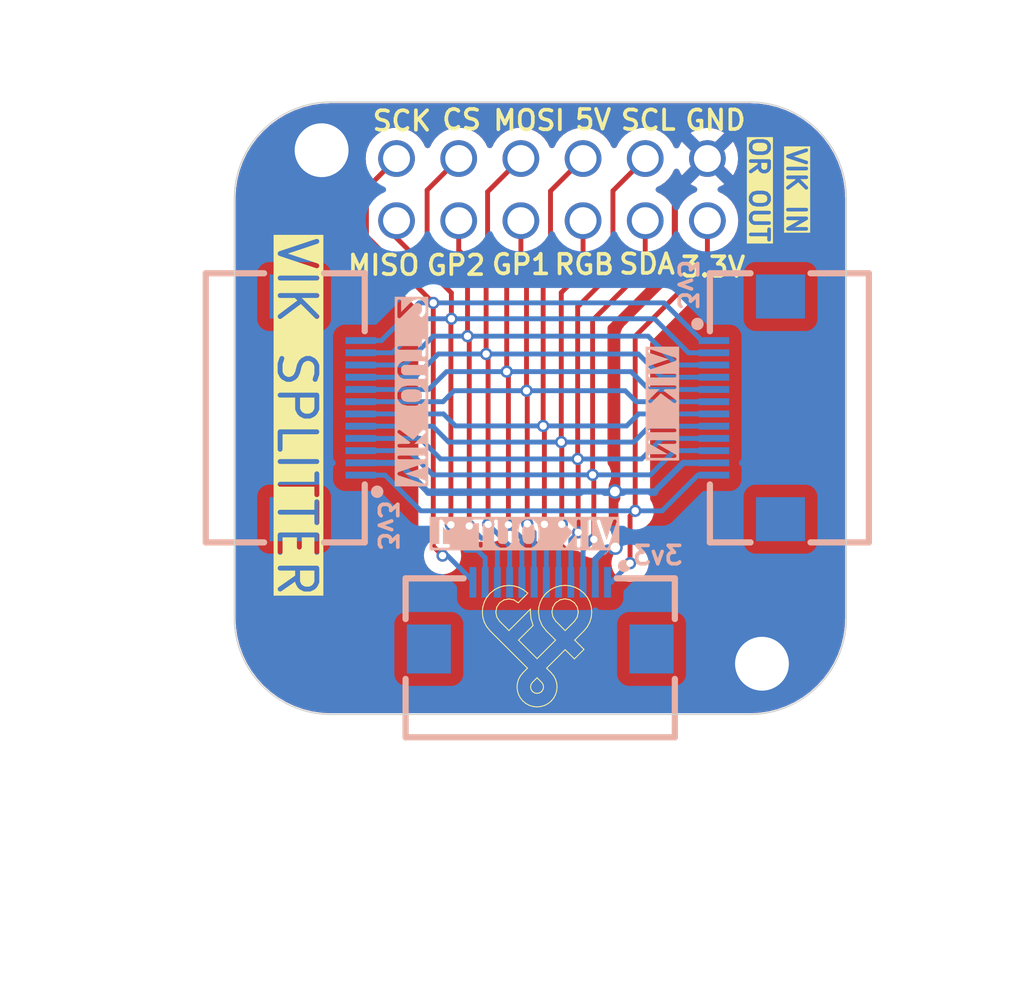
<source format=kicad_pcb>
(kicad_pcb (version 20221018) (generator pcbnew)
  (layers (0 "F.Cu" signal) (31 "B.Cu" signal) (34 "B.Paste" user) (35 "F.Paste" user) (36 "B.SilkS" user "B.Silkscreen") (37 "F.SilkS" user "F.Silkscreen") (38 "B.Mask" user) (39 "F.Mask" user) (44 "Edge.Cuts" user))
  (net 0 "")
  (net 1 "GND")
  (net 2 "VDD_3.3V_IN")
  (net 3 "SDA_IN")
  (net 4 "SCL_IN")
  (net 5 "RGB_IN")
  (net 6 "VDD_5V_IN")
  (net 7 "GP_AD1_IN")
  (net 8 "MOSI_IN")
  (net 9 "GP_AD2_IN")
  (net 10 "CS_IN")
  (net 11 "MISO_IN")
  (net 12 "SCLK_IN")
  (footprint "MountingHole:MountingHole_2.2mm_M2_ISO7380" (layer "F.Cu") (at 72.648 100.181999)
    (fp_text reference "REF**" hide)
    (fp_text value "MountingHole_2.2mm_M2_ISO7380")
    (pad "" np_thru_hole circle (at 0 0) (size 2.2 2.2) (drill 2.2) (layers "*.Cu" "*.Mask"))
  )
  (footprint "vik:vik-module-throughole" (layer "F.Cu") (at 83.409194 101.792271 180)
    (fp_text reference "J1002" hide)
    (fp_text value "~" hide)
    (fp_text user "5V" (at 0.49 2.39 unlocked) (layer "F.SilkS") (effects (font (size 0.8 0.8)) (justify left bottom)))
    (fp_text user "CS" (at 5.92 2.39 unlocked) (layer "F.SilkS") (effects (font (size 0.8 0.8)) (justify left bottom)))
    (fp_text user "SCL" (at -1.38 2.37 unlocked) (layer "F.SilkS") (effects (font (size 0.8 0.8)) (justify left bottom)))
    (fp_text user "VIK IN" (at -8.19 1.78 270 unlocked) (layer "F.SilkS" knockout) (effects (font (size 0.75 0.75)) (justify left bottom)))
    (fp_text user "GP2" (at 6.55 -3.56 unlocked) (layer "F.SilkS") (effects (font (size 0.8 0.8)) (justify left bottom)))
    (fp_text user "MISO" (at 9.77 -3.56 unlocked) (layer "F.SilkS") (effects (font (size 0.8 0.8)) (justify left bottom)))
    (fp_text user "SDA" (at -1.31 -3.51 unlocked) (layer "F.SilkS") (effects (font (size 0.8 0.8)) (justify left bottom)))
    (fp_text user "RGB" (at 1.33 -3.53 unlocked) (layer "F.SilkS") (effects (font (size 0.8 0.8)) (justify left bottom)))
    (fp_text user "GP1" (at 3.89 -3.53 unlocked) (layer "F.SilkS") (effects (font (size 0.8 0.8)) (justify left bottom)))
    (fp_text user "SCK" (at 8.76 2.34 unlocked) (layer "F.SilkS") (effects (font (size 0.8 0.8)) (justify left bottom)))
    (fp_text user "GND" (at -4.01 2.37 unlocked) (layer "F.SilkS") (effects (font (size 0.8 0.8)) (justify left bottom)))
    (fp_text user "3.3V" (at -3.84 -3.63 unlocked) (layer "F.SilkS") (effects (font (size 0.8 0.8)) (justify left bottom)))
    (fp_text user "MOSI" (at 3.83 2.36 unlocked) (layer "F.SilkS") (effects (font (size 0.8 0.8)) (justify left bottom)))
    (pad "1" thru_hole circle (at 7.7 1.27 180) (size 1.5 1.5) (drill 1.1) (layers "*.Cu" "*.Mask") (net 12 "SCLK_IN"))
    (pad "2" thru_hole circle (at 7.7 -1.27 180) (size 1.5 1.5) (drill 1.1) (layers "*.Cu" "*.Mask") (net 11 "MISO_IN"))
    (pad "3" thru_hole circle (at 5.16 1.27 180) (size 1.5 1.5) (drill 1.1) (layers "*.Cu" "*.Mask") (net 10 "CS_IN"))
    (pad "4" thru_hole circle (at 5.16 -1.27 180) (size 1.5 1.5) (drill 1.1) (layers "*.Cu" "*.Mask") (net 9 "GP_AD2_IN"))
    (pad "5" thru_hole circle (at 2.62 1.27 180) (size 1.5 1.5) (drill 1.1) (layers "*.Cu" "*.Mask") (net 8 "MOSI_IN"))
    (pad "6" thru_hole circle (at 2.62 -1.27 180) (size 1.5 1.5) (drill 1.1) (layers "*.Cu" "*.Mask") (net 7 "GP_AD1_IN"))
    (pad "7" thru_hole circle (at 0.08 1.27 180) (size 1.5 1.5) (drill 1.1) (layers "*.Cu" "*.Mask") (net 6 "VDD_5V_IN"))
    (pad "8" thru_hole circle (at 0.08 -1.27 180) (size 1.5 1.5) (drill 1.1) (layers "*.Cu" "*.Mask") (net 5 "RGB_IN"))
    (pad "9" thru_hole circle (at -2.46 1.27 180) (size 1.5 1.5) (drill 1.1) (layers "*.Cu" "*.Mask") (net 4 "SCL_IN"))
    (pad "10" thru_hole circle (at -2.46 -1.27 180) (size 1.5 1.5) (drill 1.1) (layers "*.Cu" "*.Mask") (net 3 "SDA_IN"))
    (pad "11" thru_hole circle (at -5 1.27 180) (size 1.5 1.5) (drill 1.1) (layers "*.Cu" "*.Mask") (net 1 "GND"))
    (pad "12" thru_hole circle (at -5 -1.27 180) (size 1.5 1.5) (drill 1.1) (layers "*.Cu" "*.Mask") (net 2 "VDD_3.3V_IN"))
  )
  (footprint "local:fingerpunch-logo-small" (layer "F.Cu") (at 81.449194 120.252271)
    (fp_text reference "REF**" hide)
    (fp_text value "fingerpunch-logo-small" hide)
    (fp_line (start -2.235199 -1.193481) (end -2.21435 -0.979777) (stroke (width 0.04)) (layer "F.SilkS"))
    (fp_line (start -2.21435 -1.407105) (end -2.235199 -1.193481) (stroke (width 0.04)) (layer "F.SilkS"))
    (fp_line (start -2.21435 -0.979777) (end -2.153072 -0.777133) (stroke (width 0.04)) (layer "F.SilkS"))
    (fp_line (start -2.153073 -1.609617) (end -2.21435 -1.407105) (stroke (width 0.04)) (layer "F.SilkS"))
    (fp_line (start -2.153072 -0.777133) (end -2.053272 -0.59047) (stroke (width 0.04)) (layer "F.SilkS"))
    (fp_line (start -2.053272 -1.796253) (end -2.153073 -1.609617) (stroke (width 0.04)) (layer "F.SilkS"))
    (fp_line (start -2.053272 -0.59047) (end -1.916853 -0.424709) (stroke (width 0.04)) (layer "F.SilkS"))
    (fp_line (start -1.916853 -1.962253) (end -2.053272 -1.796253) (stroke (width 0.04)) (layer "F.SilkS"))
    (fp_line (start -1.916853 -0.424709) (end -0.390027 1.102123) (stroke (width 0.04)) (layer "F.SilkS"))
    (fp_line (start -1.746444 -2.101345) (end -1.916853 -1.962253) (stroke (width 0.04)) (layer "F.SilkS"))
    (fp_line (start -1.683736 -1.193481) (end -1.643167 -1.398727) (stroke (width 0.04)) (layer "F.SilkS"))
    (fp_line (start -1.643167 -1.398727) (end -1.526821 -1.572223) (stroke (width 0.04)) (layer "F.SilkS"))
    (fp_line (start -1.643167 -0.988447) (end -1.683736 -1.193481) (stroke (width 0.04)) (layer "F.SilkS"))
    (fp_line (start -1.557302 -2.200696) (end -1.746444 -2.101345) (stroke (width 0.04)) (layer "F.SilkS"))
    (fp_line (start -1.526821 -1.572223) (end -1.349639 -1.689698) (stroke (width 0.04)) (layer "F.SilkS"))
    (fp_line (start -1.526821 -0.814739) (end -1.643167 -0.988447) (stroke (width 0.04)) (layer "F.SilkS"))
    (fp_line (start -1.355672 -2.260306) (end -1.557302 -2.200696) (stroke (width 0.04)) (layer "F.SilkS"))
    (fp_line (start -1.349639 -1.689698) (end -1.147797 -1.728856) (stroke (width 0.04)) (layer "F.SilkS"))
    (fp_line (start -1.148079 -0.435997) (end -1.526821 -0.814739) (stroke (width 0.04)) (layer "F.SilkS"))
    (fp_line (start -1.147798 -2.280176) (end -1.355672 -2.260306) (stroke (width 0.04)) (layer "F.SilkS"))
    (fp_line (start -1.147797 -1.728856) (end -0.945955 -1.689698) (stroke (width 0.04)) (layer "F.SilkS"))
    (fp_line (start -0.945955 -1.689698) (end -0.768773 -1.572223) (stroke (width 0.04)) (layer "F.SilkS"))
    (fp_line (start -0.939924 -2.260306) (end -1.147798 -2.280176) (stroke (width 0.04)) (layer "F.SilkS"))
    (fp_line (start -0.816182 1.867226) (end -0.801259 2.023394) (stroke (width 0.04)) (layer "F.SilkS"))
    (fp_line (start -0.801259 1.711059) (end -0.816182 1.867226) (stroke (width 0.04)) (layer "F.SilkS"))
    (fp_line (start -0.801259 2.023394) (end -0.756492 2.174866) (stroke (width 0.04)) (layer "F.SilkS"))
    (fp_line (start -0.768773 -1.572223) (end -0.378743 -1.962253) (stroke (width 0.04)) (layer "F.SilkS"))
    (fp_line (start -0.757487 -0.045957) (end -0.160869 -0.642575) (stroke (width 0.04)) (layer "F.SilkS"))
    (fp_line (start -0.756492 1.559587) (end -0.801259 1.711059) (stroke (width 0.04)) (layer "F.SilkS"))
    (fp_line (start -0.756492 2.174866) (end -0.68188 2.316945) (stroke (width 0.04)) (layer "F.SilkS"))
    (fp_line (start -0.738294 -2.200696) (end -0.939924 -2.260306) (stroke (width 0.04)) (layer "F.SilkS"))
    (fp_line (start -0.68188 1.417508) (end -0.756492 1.559587) (stroke (width 0.04)) (layer "F.SilkS"))
    (fp_line (start -0.68188 2.316945) (end -0.577422 2.444934) (stroke (width 0.04)) (layer "F.SilkS"))
    (fp_line (start -0.577422 1.289518) (end -0.68188 1.417508) (stroke (width 0.04)) (layer "F.SilkS"))
    (fp_line (start -0.577422 2.444934) (end -0.449408 2.549392) (stroke (width 0.04)) (layer "F.SilkS"))
    (fp_line (start -0.549152 -2.101345) (end -0.738294 -2.200696) (stroke (width 0.04)) (layer "F.SilkS"))
    (fp_line (start -0.449408 2.549392) (end -0.307265 2.624004) (stroke (width 0.04)) (layer "F.SilkS"))
    (fp_line (start -0.390027 1.102123) (end -0.577422 1.289518) (stroke (width 0.04)) (layer "F.SilkS"))
    (fp_line (start -0.378743 -1.962253) (end -0.549152 -2.101345) (stroke (width 0.04)) (layer "F.SilkS"))
    (fp_line (start -0.307265 2.624004) (end -0.155704 2.668772) (stroke (width 0.04)) (layer "F.SilkS"))
    (fp_line (start -0.273758 -1.202503) (end -0.268113 -1.315956) (stroke (width 0.04)) (layer "F.SilkS"))
    (fp_line (start -0.268113 -1.315956) (end -1.148079 -0.435997) (stroke (width 0.04)) (layer "F.SilkS"))
    (fp_line (start -0.264873 1.867783) (end -0.245505 1.767806) (stroke (width 0.04)) (layer "F.SilkS"))
    (fp_line (start -0.245505 1.767806) (end -0.187403 1.680105) (stroke (width 0.04)) (layer "F.SilkS"))
    (fp_line (start -0.245505 1.967761) (end -0.264873 1.867783) (stroke (width 0.04)) (layer "F.SilkS"))
    (fp_line (start -0.245465 -0.914707) (end -0.273758 -1.202503) (stroke (width 0.04)) (layer "F.SilkS"))
    (fp_line (start -0.187403 1.680105) (end -0.000008 1.49271) (stroke (width 0.04)) (layer "F.SilkS"))
    (fp_line (start -0.187403 2.055461) (end -0.245505 1.967761) (stroke (width 0.04)) (layer "F.SilkS"))
    (fp_line (start -0.160869 -0.642575) (end -0.245465 -0.914707) (stroke (width 0.04)) (layer "F.SilkS"))
    (fp_line (start -0.155704 2.668772) (end 0.000568 2.683694) (stroke (width 0.04)) (layer "F.SilkS"))
    (fp_line (start -0.100496 2.111976) (end -0.187403 2.055461) (stroke (width 0.04)) (layer "F.SilkS"))
    (fp_line (start -0.000008 1.49271) (end 0.187388 1.680105) (stroke (width 0.04)) (layer "F.SilkS"))
    (fp_line (start -0.000007 0.712083) (end -0.757487 -0.045957) (stroke (width 0.04)) (layer "F.SilkS"))
    (fp_line (start -0.000007 0.712083) (end -0.000007 0.712083) (stroke (width 0.04)) (layer "F.SilkS"))
    (fp_line (start 0.000275 2.130814) (end -0.100496 2.111976) (stroke (width 0.04)) (layer "F.SilkS"))
    (fp_line (start 0.000568 2.683694) (end 0.15676 2.668772) (stroke (width 0.04)) (layer "F.SilkS"))
    (fp_line (start 0.056445 -1.200806) (end 0.097649 -0.901086) (stroke (width 0.04)) (layer "F.SilkS"))
    (fp_line (start 0.072919 -1.387735) (end 0.056445 -1.200806) (stroke (width 0.04)) (layer "F.SilkS"))
    (fp_line (start 0.097649 -0.901086) (end 0.204682 -0.648286) (stroke (width 0.04)) (layer "F.SilkS"))
    (fp_line (start 0.101046 2.111976) (end 0.000275 2.130814) (stroke (width 0.04)) (layer "F.SilkS"))
    (fp_line (start 0.120509 -1.566355) (end 0.072919 -1.387735) (stroke (width 0.04)) (layer "F.SilkS"))
    (fp_line (start 0.15676 2.668772) (end 0.30819 2.624004) (stroke (width 0.04)) (layer "F.SilkS"))
    (fp_line (start 0.187388 1.680105) (end 0.245821 1.767726) (stroke (width 0.04)) (layer "F.SilkS"))
    (fp_line (start 0.187953 2.055461) (end 0.101046 2.111976) (stroke (width 0.04)) (layer "F.SilkS"))
    (fp_line (start 0.187953 2.055461) (end 0.187953 2.055461) (stroke (width 0.04)) (layer "F.SilkS"))
    (fp_line (start 0.197732 -1.733651) (end 0.120509 -1.566355) (stroke (width 0.04)) (layer "F.SilkS"))
    (fp_line (start 0.204682 -0.648286) (end 0.374791 -0.428082) (stroke (width 0.04)) (layer "F.SilkS"))
    (fp_line (start 0.245821 1.767726) (end 0.265357 1.867571) (stroke (width 0.04)) (layer "F.SilkS"))
    (fp_line (start 0.24605 1.967522) (end 0.187953 2.055461) (stroke (width 0.04)) (layer "F.SilkS"))
    (fp_line (start 0.265357 1.867571) (end 0.24605 1.967522) (stroke (width 0.04)) (layer "F.SilkS"))
    (fp_line (start 0.303107 -1.886606) (end 0.197732 -1.733651) (stroke (width 0.04)) (layer "F.SilkS"))
    (fp_line (start 0.30819 2.624004) (end 0.450306 2.549392) (stroke (width 0.04)) (layer "F.SilkS"))
    (fp_line (start 0.374791 -0.428082) (end 0.757485 -0.045388) (stroke (width 0.04)) (layer "F.SilkS"))
    (fp_line (start 0.379871 -1.971273) (end 0.303107 -1.886606) (stroke (width 0.04)) (layer "F.SilkS"))
    (fp_line (start 0.390033 1.102123) (end 1.148081 0.344075) (stroke (width 0.04)) (layer "F.SilkS"))
    (fp_line (start 0.450306 2.549392) (end 0.578558 2.444934) (stroke (width 0.04)) (layer "F.SilkS"))
    (fp_line (start 0.550178 -2.108433) (end 0.379871 -1.971273) (stroke (width 0.04)) (layer "F.SilkS"))
    (fp_line (start 0.578558 1.289518) (end 0.390033 1.102123) (stroke (width 0.04)) (layer "F.SilkS"))
    (fp_line (start 0.578558 2.444934) (end 0.683015 2.316945) (stroke (width 0.04)) (layer "F.SilkS"))
    (fp_line (start 0.609042 -1.199689) (end 0.641215 -1.378053) (stroke (width 0.04)) (layer "F.SilkS"))
    (fp_line (start 0.641215 -1.378053) (end 0.730962 -1.534405) (stroke (width 0.04)) (layer "F.SilkS"))
    (fp_line (start 0.649188 -0.993314) (end 0.609042 -1.199689) (stroke (width 0.04)) (layer "F.SilkS"))
    (fp_line (start 0.683015 1.417508) (end 0.578558 1.289518) (stroke (width 0.04)) (layer "F.SilkS"))
    (fp_line (start 0.683015 2.316945) (end 0.757627 2.174866) (stroke (width 0.04)) (layer "F.SilkS"))
    (fp_line (start 0.730962 -1.534405) (end 0.768215 -1.578996) (stroke (width 0.04)) (layer "F.SilkS"))
    (fp_line (start 0.739025 -2.206223) (end 0.550178 -2.108433) (stroke (width 0.04)) (layer "F.SilkS"))
    (fp_line (start 0.757485 -0.045388) (end -0.000007 0.712083) (stroke (width 0.04)) (layer "F.SilkS"))
    (fp_line (start 0.757627 1.559587) (end 0.683015 1.417508) (stroke (width 0.04)) (layer "F.SilkS"))
    (fp_line (start 0.757627 2.174866) (end 0.802395 2.023394) (stroke (width 0.04)) (layer "F.SilkS"))
    (fp_line (start 0.765957 -0.818689) (end 0.649188 -0.993314) (stroke (width 0.04)) (layer "F.SilkS"))
    (fp_line (start 0.768215 -1.578996) (end 0.769344 -1.580125) (stroke (width 0.04)) (layer "F.SilkS"))
    (fp_line (start 0.769344 -1.580125) (end 0.94411 -1.694213) (stroke (width 0.04)) (layer "F.SilkS"))
    (fp_line (start 0.802395 1.711059) (end 0.757627 1.559587) (stroke (width 0.04)) (layer "F.SilkS"))
    (fp_line (start 0.802395 2.023394) (end 0.817317 1.867226) (stroke (width 0.04)) (layer "F.SilkS"))
    (fp_line (start 0.817317 1.867226) (end 0.802395 1.711059) (stroke (width 0.04)) (layer "F.SilkS"))
    (fp_line (start 0.940189 -2.264643) (end 0.739025 -2.206223) (stroke (width 0.04)) (layer "F.SilkS"))
    (fp_line (start 0.94411 -1.694213) (end 1.143006 -1.732525) (stroke (width 0.04)) (layer "F.SilkS"))
    (fp_line (start 1.143006 -1.732525) (end 1.347052 -1.692661) (stroke (width 0.04)) (layer "F.SilkS"))
    (fp_line (start 1.147444 -2.283693) (end 0.940189 -2.264643) (stroke (width 0.04)) (layer "F.SilkS"))
    (fp_line (start 1.148081 0.344075) (end 1.526823 0.722817) (stroke (width 0.04)) (layer "F.SilkS"))
    (fp_line (start 1.148651 -0.435995) (end 0.765957 -0.818689) (stroke (width 0.04)) (layer "F.SilkS"))
    (fp_line (start 1.347052 -1.692661) (end 1.527392 -1.572787) (stroke (width 0.04)) (layer "F.SilkS"))
    (fp_line (start 1.354568 -2.263373) (end 1.147444 -2.283693) (stroke (width 0.04)) (layer "F.SilkS"))
    (fp_line (start 1.526823 0.722817) (end 1.916853 0.332787) (stroke (width 0.04)) (layer "F.SilkS"))
    (fp_line (start 1.527392 -1.572787) (end 1.643738 -1.399079) (stroke (width 0.04)) (layer "F.SilkS"))
    (fp_line (start 1.527393 -0.814737) (end 1.148651 -0.435995) (stroke (width 0.04)) (layer "F.SilkS"))
    (fp_line (start 1.527393 -0.814737) (end 1.527393 -0.814737) (stroke (width 0.04)) (layer "F.SilkS"))
    (fp_line (start 1.538111 -0.045955) (end 1.916853 -0.424697) (stroke (width 0.04)) (layer "F.SilkS"))
    (fp_line (start 1.555334 -2.203683) (end 1.354568 -2.263373) (stroke (width 0.04)) (layer "F.SilkS"))
    (fp_line (start 1.643733 -0.98894) (end 1.527393 -0.814737) (stroke (width 0.04)) (layer "F.SilkS"))
    (fp_line (start 1.643738 -1.399079) (end 1.684307 -1.194045) (stroke (width 0.04)) (layer "F.SilkS"))
    (fp_line (start 1.684307 -1.194045) (end 1.643733 -0.98894) (stroke (width 0.04)) (layer "F.SilkS"))
    (fp_line (start 1.74352 -2.104623) (end 1.555334 -2.203683) (stroke (width 0.04)) (layer "F.SilkS"))
    (fp_line (start 1.912901 -1.966193) (end 1.74352 -2.104623) (stroke (width 0.04)) (layer "F.SilkS"))
    (fp_line (start 1.916853 -0.424697) (end 2.053272 -0.590697) (stroke (width 0.04)) (layer "F.SilkS"))
    (fp_line (start 1.916853 0.332787) (end 1.538111 -0.045955) (stroke (width 0.04)) (layer "F.SilkS"))
    (fp_line (start 2.051605 -1.798148) (end 1.912901 -1.966193) (stroke (width 0.04)) (layer "F.SilkS"))
    (fp_line (start 2.053272 -0.590697) (end 2.153073 -0.777333) (stroke (width 0.04)) (layer "F.SilkS"))
    (fp_line (start 2.152578 -1.610311) (end 2.051605 -1.798148) (stroke (width 0.04)) (layer "F.SilkS"))
    (fp_line (start 2.153073 -0.777333) (end 2.21435 -0.979845) (stroke (width 0.04)) (layer "F.SilkS"))
    (fp_line (start 2.214288 -1.407234) (end 2.152578 -1.610311) (stroke (width 0.04)) (layer "F.SilkS"))
    (fp_line (start 2.21435 -0.979845) (end 2.235199 -1.193469) (stroke (width 0.04)) (layer "F.SilkS"))
    (fp_line (start 2.235199 -1.193469) (end 2.214288 -1.407234) (stroke (width 0.04)) (layer "F.SilkS"))
  )
  (footprint "MountingHole:MountingHole_2.2mm_M2_ISO7380" (layer "F.Cu") (at 90.638 121.171999 90)
    (fp_text reference "REF**" hide)
    (fp_text value "MountingHole_2.2mm_M2_ISO7380")
    (pad "" np_thru_hole circle (at 0 0 90) (size 2.2 2.2) (drill 2.2) (layers "*.Cu" "*.Mask"))
  )
  (footprint "vik:vik-keyboard-connector-horizontal" (layer "B.Cu") (at 81.579194 119.882271 180)
    (fp_text reference "J1004" hide)
    (fp_text value "~")
    (fp_text user "3v3" (at -5.9 2.7 unlocked) (layer "B.SilkS") (effects (font (size 0.75 0.75)) (justify left bottom mirror)))
    (fp_text user "VIK OUT 1" (at -3.24 3.4 unlocked) (layer "B.SilkS" knockout) (effects (justify left bottom mirror)))
    (fp_line (start -5.5 -4.295) (end -5.5 -1.912) (stroke (width 0.254)) (layer "B.SilkS"))
    (fp_line (start -5.5 0.539) (end -5.5 2.2) (stroke (width 0.254)) (layer "B.SilkS"))
    (fp_line (start -5.5 2.2) (end -3.131 2.2) (stroke (width 0.254)) (layer "B.SilkS"))
    (fp_line (start 5.5 -4.295) (end -5.5 -4.295) (stroke (width 0.254)) (layer "B.SilkS"))
    (fp_line (start 5.5 -4.295) (end 5.5 -1.912) (stroke (width 0.254)) (layer "B.SilkS"))
    (fp_line (start 5.5 0.539) (end 5.5 2.2) (stroke (width 0.254)) (layer "B.SilkS"))
    (fp_line (start 5.5 2.2) (end 3.131 2.2) (stroke (width 0.254)) (layer "B.SilkS"))
    (fp_circle (center -3.429 2.708) (end -3.302 2.708) (stroke (width 0.254)) (fill none) (layer "B.SilkS"))
    (pad "1" smd rect (at -2.75 2.038 180) (size 0.28 1.25) (layers "B.Cu" "B.Paste" "B.Mask") (net 2 "VDD_3.3V_IN"))
    (pad "2" smd rect (at -2.25 2.038 180) (size 0.28 1.25) (layers "B.Cu" "B.Paste" "B.Mask") (net 1 "GND"))
    (pad "3" smd rect (at -1.75 2.038 180) (size 0.28 1.25) (layers "B.Cu" "B.Paste" "B.Mask") (net 3 "SDA_IN"))
    (pad "4" smd rect (at -1.25 2.038 180) (size 0.28 1.25) (layers "B.Cu" "B.Paste" "B.Mask") (net 4 "SCL_IN"))
    (pad "5" smd rect (at -0.75 2.038 180) (size 0.28 1.25) (layers "B.Cu" "B.Paste" "B.Mask") (net 5 "RGB_IN"))
    (pad "6" smd rect (at -0.25 2.038 180) (size 0.28 1.25) (layers "B.Cu" "B.Paste" "B.Mask") (net 6 "VDD_5V_IN"))
    (pad "7" smd rect (at 0.25 2.038 180) (size 0.28 1.25) (layers "B.Cu" "B.Paste" "B.Mask") (net 7 "GP_AD1_IN"))
    (pad "8" smd rect (at 0.75 2.038 180) (size 0.28 1.25) (layers "B.Cu" "B.Paste" "B.Mask") (net 8 "MOSI_IN"))
    (pad "9" smd rect (at 1.25 2.038 180) (size 0.28 1.25) (layers "B.Cu" "B.Paste" "B.Mask") (net 9 "GP_AD2_IN"))
    (pad "10" smd rect (at 1.75 2.038 180) (size 0.28 1.25) (layers "B.Cu" "B.Paste" "B.Mask") (net 10 "CS_IN"))
    (pad "11" smd rect (at 2.25 2.038 180) (size 0.28 1.25) (layers "B.Cu" "B.Paste" "B.Mask") (net 11 "MISO_IN"))
    (pad "12" smd rect (at 2.75 2.038 180) (size 0.28 1.25) (layers "B.Cu" "B.Paste" "B.Mask") (net 12 "SCLK_IN"))
    (pad "13" smd rect (at 4.55 -0.686 180) (size 1.8 2) (layers "B.Cu" "B.Paste" "B.Mask"))
    (pad "14" smd rect (at -4.55 -0.686 180) (size 1.8 2) (layers "B.Cu" "B.Paste" "B.Mask"))
  )
  (footprint "vik:vik-module-connector-horizontal" (layer "B.Cu") (at 90.710194 110.712271 -90)
    (fp_text reference "J1003" hide)
    (fp_text value "~" hide)
    (fp_text user "VIK IN" (at -2.51 3.511 90 unlocked) (layer "B.SilkS" knockout) (effects (justify left bottom mirror)))
    (fp_text user "3v3" (at -3.94 3.551 -90 unlocked) (layer "B.SilkS") (effects (font (size 0.75 0.75)) (justify left bottom mirror)))
    (fp_line (start -5.5 -4.295) (end -5.5 -1.912) (stroke (width 0.254)) (layer "B.SilkS"))
    (fp_line (start -5.5 0.539) (end -5.5 2.2) (stroke (width 0.254)) (layer "B.SilkS"))
    (fp_line (start -5.5 2.2) (end -3.131 2.2) (stroke (width 0.254)) (layer "B.SilkS"))
    (fp_line (start 5.5 -4.295) (end -5.5 -4.295) (stroke (width 0.254)) (layer "B.SilkS"))
    (fp_line (start 5.5 -4.295) (end 5.5 -1.912) (stroke (width 0.254)) (layer "B.SilkS"))
    (fp_line (start 5.5 0.539) (end 5.5 2.2) (stroke (width 0.254)) (layer "B.SilkS"))
    (fp_line (start 5.5 2.2) (end 3.131 2.2) (stroke (width 0.254)) (layer "B.SilkS"))
    (fp_circle (center -3.429 2.708) (end -3.302 2.708) (stroke (width 0.254)) (fill none) (layer "B.SilkS"))
    (pad "1" smd rect (at -2.75 2.038 270) (size 0.28 1.25) (layers "B.Cu" "B.Paste" "B.Mask") (net 12 "SCLK_IN"))
    (pad "2" smd rect (at -2.25 2.038 270) (size 0.28 1.25) (layers "B.Cu" "B.Paste" "B.Mask") (net 11 "MISO_IN"))
    (pad "3" smd rect (at -1.75 2.038 270) (size 0.28 1.25) (layers "B.Cu" "B.Paste" "B.Mask") (net 10 "CS_IN"))
    (pad "4" smd rect (at -1.25 2.038 270) (size 0.28 1.25) (layers "B.Cu" "B.Paste" "B.Mask") (net 9 "GP_AD2_IN"))
    (pad "5" smd rect (at -0.75 2.038 270) (size 0.28 1.25) (layers "B.Cu" "B.Paste" "B.Mask") (net 8 "MOSI_IN"))
    (pad "6" smd rect (at -0.25 2.038 270) (size 0.28 1.25) (layers "B.Cu" "B.Paste" "B.Mask") (net 7 "GP_AD1_IN"))
    (pad "7" smd rect (at 0.25 2.038 270) (size 0.28 1.25) (layers "B.Cu" "B.Paste" "B.Mask") (net 6 "VDD_5V_IN"))
    (pad "8" smd rect (at 0.75 2.038 270) (size 0.28 1.25) (layers "B.Cu" "B.Paste" "B.Mask") (net 5 "RGB_IN"))
    (pad "9" smd rect (at 1.25 2.038 270) (size 0.28 1.25) (layers "B.Cu" "B.Paste" "B.Mask") (net 4 "SCL_IN"))
    (pad "10" smd rect (at 1.75 2.038 270) (size 0.28 1.25) (layers "B.Cu" "B.Paste" "B.Mask") (net 3 "SDA_IN"))
    (pad "11" smd rect (at 2.25 2.038 270) (size 0.28 1.25) (layers "B.Cu" "B.Paste" "B.Mask") (net 1 "GND"))
    (pad "12" smd rect (at 2.75 2.038 270) (size 0.28 1.25) (layers "B.Cu" "B.Paste" "B.Mask") (net 2 "VDD_3.3V_IN"))
    (pad "13" smd rect (at 4.55 -0.686 270) (size 1.8 2) (layers "B.Cu" "B.Paste" "B.Mask"))
    (pad "14" smd rect (at -4.55 -0.686 270) (size 1.8 2) (layers "B.Cu" "B.Paste" "B.Mask"))
  )
  (footprint "vik:vik-keyboard-connector-horizontal" (layer "B.Cu") (at 72.210194 110.712271 90)
    (fp_text reference "J1001" hide)
    (fp_text value "~")
    (fp_text user "VIK OUT 2" (at -3.22 3.48 270 unlocked) (layer "B.SilkS" knockout) (effects (justify left bottom mirror)))
    (fp_text user "3v3" (at -5.9 2.7 270 unlocked) (layer "B.SilkS") (effects (font (size 0.75 0.75)) (justify left bottom mirror)))
    (fp_line (start -5.5 -4.295) (end -5.5 -1.912) (stroke (width 0.254)) (layer "B.SilkS"))
    (fp_line (start -5.5 0.539) (end -5.5 2.2) (stroke (width 0.254)) (layer "B.SilkS"))
    (fp_line (start -5.5 2.2) (end -3.131 2.2) (stroke (width 0.254)) (layer "B.SilkS"))
    (fp_line (start 5.5 -4.295) (end -5.5 -4.295) (stroke (width 0.254)) (layer "B.SilkS"))
    (fp_line (start 5.5 -4.295) (end 5.5 -1.912) (stroke (width 0.254)) (layer "B.SilkS"))
    (fp_line (start 5.5 0.539) (end 5.5 2.2) (stroke (width 0.254)) (layer "B.SilkS"))
    (fp_line (start 5.5 2.2) (end 3.131 2.2) (stroke (width 0.254)) (layer "B.SilkS"))
    (fp_circle (center -3.429 2.708) (end -3.302 2.708) (stroke (width 0.254)) (fill none) (layer "B.SilkS"))
    (pad "1" smd rect (at -2.75 2.038 90) (size 0.28 1.25) (layers "B.Cu" "B.Paste" "B.Mask") (net 2 "VDD_3.3V_IN"))
    (pad "2" smd rect (at -2.25 2.038 90) (size 0.28 1.25) (layers "B.Cu" "B.Paste" "B.Mask") (net 1 "GND"))
    (pad "3" smd rect (at -1.75 2.038 90) (size 0.28 1.25) (layers "B.Cu" "B.Paste" "B.Mask") (net 3 "SDA_IN"))
    (pad "4" smd rect (at -1.25 2.038 90) (size 0.28 1.25) (layers "B.Cu" "B.Paste" "B.Mask") (net 4 "SCL_IN"))
    (pad "5" smd rect (at -0.75 2.038 90) (size 0.28 1.25) (layers "B.Cu" "B.Paste" "B.Mask") (net 5 "RGB_IN"))
    (pad "6" smd rect (at -0.25 2.038 90) (size 0.28 1.25) (layers "B.Cu" "B.Paste" "B.Mask") (net 6 "VDD_5V_IN"))
    (pad "7" smd rect (at 0.25 2.038 90) (size 0.28 1.25) (layers "B.Cu" "B.Paste" "B.Mask") (net 7 "GP_AD1_IN"))
    (pad "8" smd rect (at 0.75 2.038 90) (size 0.28 1.25) (layers "B.Cu" "B.Paste" "B.Mask") (net 8 "MOSI_IN"))
    (pad "9" smd rect (at 1.25 2.038 90) (size 0.28 1.25) (layers "B.Cu" "B.Paste" "B.Mask") (net 9 "GP_AD2_IN"))
    (pad "10" smd rect (at 1.75 2.038 90) (size 0.28 1.25) (layers "B.Cu" "B.Paste" "B.Mask") (net 10 "CS_IN"))
    (pad "11" smd rect (at 2.25 2.038 90) (size 0.28 1.25) (layers "B.Cu" "B.Paste" "B.Mask") (net 11 "MISO_IN"))
    (pad "12" smd rect (at 2.75 2.038 90) (size 0.28 1.25) (layers "B.Cu" "B.Paste" "B.Mask") (net 12 "SCLK_IN"))
    (pad "13" smd rect (at 4.55 -0.686 90) (size 1.8 2) (layers "B.Cu" "B.Paste" "B.Mask"))
    (pad "14" smd rect (at -4.55 -0.686 90) (size 1.8 2) (layers "B.Cu" "B.Paste" "B.Mask"))
  )
  (gr_arc (start 90.144194 98.212271) (mid 92.930173 99.366272) (end 94.084194 102.152271) (stroke (width 0.05)) (layer "Edge.Cuts"))
  (gr_line (start 69.084194 102.152271) (end 69.084194 119.302271) (stroke (width 0.05)) (layer "Edge.Cuts"))
  (gr_line (start 94.084194 119.302271) (end 94.084194 102.152271) (stroke (width 0.05)) (layer "Edge.Cuts"))
  (gr_line (start 90.144194 98.212271) (end 73.024194 98.212271) (stroke (width 0.05)) (layer "Edge.Cuts"))
  (gr_arc (start 73.024194 123.242271) (mid 70.238172 122.088274) (end 69.084194 119.302271) (stroke (width 0.05)) (layer "Edge.Cuts"))
  (gr_line (start 73.024194 123.242271) (end 90.144194 123.242271) (stroke (width 0.05)) (layer "Edge.Cuts"))
  (gr_arc (start 94.084194 119.302271) (mid 92.930205 122.088288) (end 90.144194 123.242271) (stroke (width 0.05)) (layer "Edge.Cuts"))
  (gr_arc (start 69.084194 102.152271) (mid 70.238193 99.366271) (end 73.024194 98.212271) (stroke (width 0.05)) (layer "Edge.Cuts"))
  (gr_text "VIK SPLITTER" (at 70.759194 103.632271 270) (layer "F.SilkS" knockout) (effects (font (size 1.5 1.5) (thickness 0.2)) (justify left bottom)))
  (gr_text "OR OUT" (at 90.079194 99.562271 270) (layer "F.SilkS" knockout) (effects (font (size 0.75 0.75)) (justify left bottom)))
  (segment (start 84.649194 114.152271) (end 84.629194 114.132271) (width 0.25) (layer "F.Cu") (net 1))
  (segment (start 87.079194 104.952271) (end 87.079194 101.852271) (width 0.25) (layer "F.Cu") (net 1))
  (segment (start 84.629194 114.132271) (end 84.629194 107.402271) (width 0.25) (layer "F.Cu") (net 1))
  (segment (start 84.629194 107.402271) (end 87.079194 104.952271) (width 0.25) (layer "F.Cu") (net 1))
  (segment (start 87.079194 101.852271) (end 88.409194 100.522271) (width 0.25) (layer "F.Cu") (net 1))
  (segment (start 84.649194 116.422271) (end 84.649194 114.152271) (width 0.25) (layer "F.Cu") (net 1))
  (via (at 84.629194 114.132271) (size 0.6) (drill 0.4) (layers "F.Cu" "B.Cu") (net 1))
  (via (at 84.649194 116.422271) (size 0.6) (drill 0.4) (layers "F.Cu" "B.Cu") (net 1))
  (segment (start 83.829194 116.902271) (end 84.199194 116.532271) (width 0.25) (layer "B.Cu") (net 1))
  (segment (start 84.629194 114.132271) (end 76.969194 114.132271) (width 0.25) (layer "B.Cu") (net 1))
  (segment (start 86.249194 114.132271) (end 84.629194 114.132271) (width 0.25) (layer "B.Cu") (net 1))
  (segment (start 75.799194 112.962271) (end 74.248194 112.962271) (width 0.25) (layer "B.Cu") (net 1))
  (segment (start 84.309194 116.422271) (end 84.649194 116.422271) (width 0.25) (layer "B.Cu") (net 1))
  (segment (start 84.199194 116.532271) (end 84.309194 116.422271) (width 0.25) (layer "B.Cu") (net 1))
  (segment (start 83.829194 117.844271) (end 83.829194 116.902271) (width 0.25) (layer "B.Cu") (net 1))
  (segment (start 87.419194 112.962271) (end 86.249194 114.132271) (width 0.25) (layer "B.Cu") (net 1))
  (segment (start 76.969194 114.132271) (end 75.799194 112.962271) (width 0.25) (layer "B.Cu") (net 1))
  (segment (start 88.672194 112.962271) (end 87.419194 112.962271) (width 0.25) (layer "B.Cu") (net 1))
  (segment (start 88.409194 104.832271) (end 88.409194 103.062271) (width 0.2) (layer "F.Cu") (net 2))
  (segment (start 85.459194 114.922271) (end 85.459194 107.782271) (width 0.2) (layer "F.Cu") (net 2))
  (segment (start 85.249194 115.132271) (end 85.459194 114.922271) (width 0.2) (layer "F.Cu") (net 2))
  (segment (start 85.249194 117.062271) (end 85.249194 115.132271) (width 0.2) (layer "F.Cu") (net 2))
  (segment (start 85.459194 107.782271) (end 88.409194 104.832271) (width 0.2) (layer "F.Cu") (net 2))
  (via (at 85.249194 117.062271) (size 0.5) (drill 0.3) (layers "F.Cu" "B.Cu") (net 2))
  (via (at 85.459194 114.922271) (size 0.5) (drill 0.3) (layers "F.Cu" "B.Cu") (net 2))
  (segment (start 84.329194 117.844271) (end 84.467194 117.844271) (width 0.2) (layer "B.Cu") (net 2))
  (segment (start 76.699194 114.922271) (end 85.459194 114.922271) (width 0.2) (layer "B.Cu") (net 2))
  (segment (start 84.467194 117.844271) (end 85.249194 117.062271) (width 0.2) (layer "B.Cu") (net 2))
  (segment (start 85.459194 114.922271) (end 86.559194 114.922271) (width 0.2) (layer "B.Cu") (net 2))
  (segment (start 74.248194 113.462271) (end 75.239194 113.462271) (width 0.2) (layer "B.Cu") (net 2))
  (segment (start 88.019194 113.462271) (end 88.672194 113.462271) (width 0.2) (layer "B.Cu") (net 2))
  (segment (start 75.239194 113.462271) (end 76.699194 114.922271) (width 0.2) (layer "B.Cu") (net 2))
  (segment (start 86.559194 114.922271) (end 88.019194 113.462271) (width 0.2) (layer "B.Cu") (net 2))
  (segment (start 83.769194 116.092271) (end 83.769194 113.502271) (width 0.2) (layer "F.Cu") (net 3))
  (segment (start 83.769194 113.502271) (end 83.719194 113.452271) (width 0.2) (layer "F.Cu") (net 3))
  (segment (start 85.869194 104.982271) (end 85.869194 103.062271) (width 0.2) (layer "F.Cu") (net 3))
  (segment (start 83.719194 107.132271) (end 85.869194 104.982271) (width 0.2) (layer "F.Cu") (net 3))
  (segment (start 83.719194 113.452271) (end 83.719194 107.132271) (width 0.2) (layer "F.Cu") (net 3))
  (via (at 83.769194 116.092271) (size 0.5) (drill 0.3) (layers "F.Cu" "B.Cu") (net 3))
  (via (at 83.719194 113.452271) (size 0.5) (drill 0.3) (layers "F.Cu" "B.Cu") (net 3))
  (segment (start 83.719194 113.452271) (end 86.079194 113.452271) (width 0.2) (layer "B.Cu") (net 3))
  (segment (start 87.069194 112.462271) (end 88.672194 112.462271) (width 0.2) (layer "B.Cu") (net 3))
  (segment (start 77.189194 113.452271) (end 83.719194 113.452271) (width 0.2) (layer "B.Cu") (net 3))
  (segment (start 86.079194 113.452271) (end 87.069194 112.462271) (width 0.2) (layer "B.Cu") (net 3))
  (segment (start 83.329194 117.844271) (end 83.329194 116.532271) (width 0.2) (layer "B.Cu") (net 3))
  (segment (start 76.199194 112.462271) (end 77.189194 113.452271) (width 0.2) (layer "B.Cu") (net 3))
  (segment (start 83.329194 116.532271) (end 83.769194 116.092271) (width 0.2) (layer "B.Cu") (net 3))
  (segment (start 74.248194 112.462271) (end 76.199194 112.462271) (width 0.2) (layer "B.Cu") (net 3))
  (segment (start 83.109194 106.582271) (end 84.549194 105.142271) (width 0.2) (layer "F.Cu") (net 4))
  (segment (start 84.549194 101.842271) (end 85.869194 100.522271) (width 0.2) (layer "F.Cu") (net 4))
  (segment (start 84.549194 105.142271) (end 84.549194 101.842271) (width 0.2) (layer "F.Cu") (net 4))
  (segment (start 83.129194 112.822271) (end 83.109194 112.802271) (width 0.2) (layer "F.Cu") (net 4))
  (segment (start 83.129194 115.802271) (end 83.129194 112.822271) (width 0.2) (layer "F.Cu") (net 4))
  (segment (start 83.109194 112.802271) (end 83.109194 106.582271) (width 0.2) (layer "F.Cu") (net 4))
  (via (at 83.109194 112.802271) (size 0.5) (drill 0.3) (layers "F.Cu" "B.Cu") (net 4))
  (via (at 83.129194 115.802271) (size 0.5) (drill 0.3) (layers "F.Cu" "B.Cu") (net 4))
  (segment (start 82.829194 116.102271) (end 83.129194 115.802271) (width 0.2) (layer "B.Cu") (net 4))
  (segment (start 77.509194 112.802271) (end 76.669194 111.962271) (width 0.2) (layer "B.Cu") (net 4))
  (segment (start 86.559194 111.962271) (end 85.719194 112.802271) (width 0.2) (layer "B.Cu") (net 4))
  (segment (start 82.829194 117.844271) (end 82.829194 116.102271) (width 0.2) (layer "B.Cu") (net 4))
  (segment (start 83.109194 112.802271) (end 77.509194 112.802271) (width 0.2) (layer "B.Cu") (net 4))
  (segment (start 88.672194 111.962271) (end 86.559194 111.962271) (width 0.2) (layer "B.Cu") (net 4))
  (segment (start 85.719194 112.802271) (end 83.109194 112.802271) (width 0.2) (layer "B.Cu") (net 4))
  (segment (start 76.669194 111.962271) (end 74.248194 111.962271) (width 0.2) (layer "B.Cu") (net 4))
  (segment (start 82.459194 115.472271) (end 82.459194 112.132271) (width 0.2) (layer "F.Cu") (net 5))
  (segment (start 82.439194 112.112271) (end 82.439194 106.002271) (width 0.2) (layer "F.Cu") (net 5))
  (segment (start 82.459194 112.132271) (end 82.439194 112.112271) (width 0.2) (layer "F.Cu") (net 5))
  (segment (start 82.439194 106.002271) (end 83.329194 105.112271) (width 0.2) (layer "F.Cu") (net 5))
  (segment (start 83.329194 105.112271) (end 83.329194 103.062271) (width 0.2) (layer "F.Cu") (net 5))
  (via (at 82.439194 112.112271) (size 0.5) (drill 0.3) (layers "F.Cu" "B.Cu") (net 5))
  (via (at 82.459194 115.472271) (size 0.5) (drill 0.3) (layers "F.Cu" "B.Cu") (net 5))
  (segment (start 74.248194 111.462271) (end 77.189194 111.462271) (width 0.2) (layer "B.Cu") (net 5))
  (segment (start 77.189194 111.462271) (end 77.839194 112.112271) (width 0.2) (layer "B.Cu") (net 5))
  (segment (start 82.329194 115.602271) (end 82.459194 115.472271) (width 0.2) (layer "B.Cu") (net 5))
  (segment (start 77.839194 112.112271) (end 82.439194 112.112271) (width 0.2) (layer "B.Cu") (net 5))
  (segment (start 86.049194 111.462271) (end 88.672194 111.462271) (width 0.2) (layer "B.Cu") (net 5))
  (segment (start 82.329194 117.844271) (end 82.329194 115.602271) (width 0.2) (layer "B.Cu") (net 5))
  (segment (start 82.439194 112.112271) (end 85.399194 112.112271) (width 0.2) (layer "B.Cu") (net 5))
  (segment (start 85.399194 112.112271) (end 86.049194 111.462271) (width 0.2) (layer "B.Cu") (net 5))
  (segment (start 81.999194 104.372271) (end 81.999194 101.852271) (width 0.2) (layer "F.Cu") (net 6))
  (segment (start 81.699194 111.452271) (end 81.699194 104.672271) (width 0.2) (layer "F.Cu") (net 6))
  (segment (start 81.999194 101.852271) (end 83.329194 100.522271) (width 0.2) (layer "F.Cu") (net 6))
  (segment (start 81.749194 115.472271) (end 81.749194 111.502271) (width 0.2) (layer "F.Cu") (net 6))
  (segment (start 81.749194 111.502271) (end 81.699194 111.452271) (width 0.2) (layer "F.Cu") (net 6))
  (segment (start 81.699194 104.672271) (end 81.999194 104.372271) (width 0.2) (layer "F.Cu") (net 6))
  (via (at 81.749194 115.472271) (size 0.5) (drill 0.3) (layers "F.Cu" "B.Cu") (net 6))
  (via (at 81.699194 111.452271) (size 0.5) (drill 0.3) (layers "F.Cu" "B.Cu") (net 6))
  (segment (start 81.699194 111.452271) (end 78.119194 111.452271) (width 0.2) (layer "B.Cu") (net 6))
  (segment (start 81.829194 117.844271) (end 81.829194 115.552271) (width 0.2) (layer "B.Cu") (net 6))
  (segment (start 88.672194 110.962271) (end 85.599194 110.962271) (width 0.2) (layer "B.Cu") (net 6))
  (segment (start 85.599194 110.962271) (end 85.109194 111.452271) (width 0.2) (layer "B.Cu") (net 6))
  (segment (start 78.119194 111.452271) (end 77.629194 110.962271) (width 0.2) (layer "B.Cu") (net 6))
  (segment (start 81.829194 115.552271) (end 81.749194 115.472271) (width 0.2) (layer "B.Cu") (net 6))
  (segment (start 85.109194 111.452271) (end 81.699194 111.452271) (width 0.2) (layer "B.Cu") (net 6))
  (segment (start 77.629194 110.962271) (end 74.248194 110.962271) (width 0.2) (layer "B.Cu") (net 6))
  (segment (start 81.049194 110.042271) (end 81.019194 110.012271) (width 0.2) (layer "F.Cu") (net 7))
  (segment (start 81.049194 115.452271) (end 81.049194 110.042271) (width 0.2) (layer "F.Cu") (net 7))
  (segment (start 81.019194 104.622271) (end 80.789194 104.392271) (width 0.2) (layer "F.Cu") (net 7))
  (segment (start 80.789194 104.392271) (end 80.789194 103.062271) (width 0.2) (layer "F.Cu") (net 7))
  (segment (start 81.019194 110.012271) (end 81.019194 104.622271) (width 0.2) (layer "F.Cu") (net 7))
  (via (at 81.049194 115.452271) (size 0.5) (drill 0.3) (layers "F.Cu" "B.Cu") (net 7))
  (via (at 81.019194 110.012271) (size 0.5) (drill 0.3) (layers "F.Cu" "B.Cu") (net 7))
  (segment (start 81.329194 115.801805) (end 81.049194 115.521805) (width 0.2) (layer "B.Cu") (net 7))
  (segment (start 81.049194 115.521805) (end 81.049194 115.452271) (width 0.2) (layer "B.Cu") (net 7))
  (segment (start 77.609194 110.462271) (end 78.059194 110.012271) (width 0.2) (layer "B.Cu") (net 7))
  (segment (start 85.049194 110.012271) (end 85.499194 110.462271) (width 0.2) (layer "B.Cu") (net 7))
  (segment (start 81.019194 110.012271) (end 85.049194 110.012271) (width 0.2) (layer "B.Cu") (net 7))
  (segment (start 74.248194 110.462271) (end 77.609194 110.462271) (width 0.2) (layer "B.Cu") (net 7))
  (segment (start 85.499194 110.462271) (end 88.672194 110.462271) (width 0.2) (layer "B.Cu") (net 7))
  (segment (start 78.059194 110.012271) (end 81.019194 110.012271) (width 0.2) (layer "B.Cu") (net 7))
  (segment (start 81.329194 117.844271) (end 81.329194 115.801805) (width 0.2) (layer "B.Cu") (net 7))
  (segment (start 79.429194 101.882271) (end 80.789194 100.522271) (width 0.2) (layer "F.Cu") (net 8))
  (segment (start 80.279194 115.492271) (end 80.279194 109.302271) (width 0.2) (layer "F.Cu") (net 8))
  (segment (start 79.429194 104.572271) (end 79.429194 101.882271) (width 0.2) (layer "F.Cu") (net 8))
  (segment (start 80.209194 109.232271) (end 80.209194 105.352271) (width 0.2) (layer "F.Cu") (net 8))
  (segment (start 80.209194 105.352271) (end 79.429194 104.572271) (width 0.2) (layer "F.Cu") (net 8))
  (segment (start 80.279194 109.302271) (end 80.209194 109.232271) (width 0.2) (layer "F.Cu") (net 8))
  (via (at 80.279194 115.492271) (size 0.5) (drill 0.3) (layers "F.Cu" "B.Cu") (net 8))
  (via (at 80.209194 109.232271) (size 0.5) (drill 0.3) (layers "F.Cu" "B.Cu") (net 8))
  (segment (start 88.672194 109.962271) (end 86.019194 109.962271) (width 0.2) (layer "B.Cu") (net 8))
  (segment (start 80.829194 116.042271) (end 80.279194 115.492271) (width 0.2) (layer "B.Cu") (net 8))
  (segment (start 77.019194 109.962271) (end 74.248194 109.962271) (width 0.2) (layer "B.Cu") (net 8))
  (segment (start 85.289194 109.232271) (end 80.209194 109.232271) (width 0.2) (layer "B.Cu") (net 8))
  (segment (start 77.749194 109.232271) (end 77.019194 109.962271) (width 0.2) (layer "B.Cu") (net 8))
  (segment (start 80.829194 117.844271) (end 80.829194 116.042271) (width 0.2) (layer "B.Cu") (net 8))
  (segment (start 80.209194 109.232271) (end 77.749194 109.232271) (width 0.2) (layer "B.Cu") (net 8))
  (segment (start 86.019194 109.962271) (end 85.289194 109.232271) (width 0.2) (layer "B.Cu") (net 8))
  (segment (start 79.449194 108.592271) (end 79.369194 108.512271) (width 0.2) (layer "F.Cu") (net 9))
  (segment (start 79.449194 115.472271) (end 79.449194 108.592271) (width 0.2) (layer "F.Cu") (net 9))
  (segment (start 79.369194 105.392271) (end 78.249194 104.272271) (width 0.2) (layer "F.Cu") (net 9))
  (segment (start 78.249194 104.272271) (end 78.249194 103.062271) (width 0.2) (layer "F.Cu") (net 9))
  (segment (start 79.369194 108.512271) (end 79.369194 105.392271) (width 0.2) (layer "F.Cu") (net 9))
  (via (at 79.449194 115.472271) (size 0.5) (drill 0.3) (layers "F.Cu" "B.Cu") (net 9))
  (via (at 79.369194 108.512271) (size 0.5) (drill 0.3) (layers "F.Cu" "B.Cu") (net 9))
  (segment (start 79.369194 108.512271) (end 85.589194 108.512271) (width 0.2) (layer "B.Cu") (net 9))
  (segment (start 85.589194 108.512271) (end 86.539194 109.462271) (width 0.2) (layer "B.Cu") (net 9))
  (segment (start 80.329194 116.352271) (end 79.449194 115.472271) (width 0.2) (layer "B.Cu") (net 9))
  (segment (start 74.248194 109.462271) (end 76.459194 109.462271) (width 0.2) (layer "B.Cu") (net 9))
  (segment (start 77.409194 108.512271) (end 79.369194 108.512271) (width 0.2) (layer "B.Cu") (net 9))
  (segment (start 80.329194 117.844271) (end 80.329194 116.352271) (width 0.2) (layer "B.Cu") (net 9))
  (segment (start 86.539194 109.462271) (end 88.672194 109.462271) (width 0.2) (layer "B.Cu") (net 9))
  (segment (start 76.459194 109.462271) (end 77.409194 108.512271) (width 0.2) (layer "B.Cu") (net 9))
  (segment (start 78.609194 105.752271) (end 76.959194 104.102271) (width 0.2) (layer "F.Cu") (net 10))
  (segment (start 78.679194 107.852271) (end 78.609194 107.782271) (width 0.2) (layer "F.Cu") (net 10))
  (segment (start 76.959194 101.812271) (end 78.249194 100.522271) (width 0.2) (layer "F.Cu") (net 10))
  (segment (start 76.959194 104.102271) (end 76.959194 101.812271) (width 0.2) (layer "F.Cu") (net 10))
  (segment (start 78.609194 107.782271) (end 78.609194 105.752271) (width 0.2) (layer "F.Cu") (net 10))
  (segment (start 78.679194 115.542271) (end 78.679194 107.852271) (width 0.2) (layer "F.Cu") (net 10))
  (via (at 78.609194 107.782271) (size 0.5) (drill 0.3) (layers "F.Cu" "B.Cu") (net 10))
  (via (at 78.679194 115.542271) (size 0.5) (drill 0.3) (layers "F.Cu" "B.Cu") (net 10))
  (segment (start 78.609194 107.782271) (end 77.209194 107.782271) (width 0.2) (layer "B.Cu") (net 10))
  (segment (start 85.989194 107.782271) (end 78.609194 107.782271) (width 0.2) (layer "B.Cu") (net 10))
  (segment (start 79.179194 116.042271) (end 78.679194 115.542271) (width 0.2) (layer "B.Cu") (net 10))
  (segment (start 88.672194 108.962271) (end 87.169194 108.962271) (width 0.2) (layer "B.Cu") (net 10))
  (segment (start 79.429194 116.042271) (end 79.179194 116.042271) (width 0.2) (layer "B.Cu") (net 10))
  (segment (start 76.029194 108.962271) (end 74.248194 108.962271) (width 0.2) (layer "B.Cu") (net 10))
  (segment (start 79.829194 117.844271) (end 79.829194 116.442271) (width 0.2) (layer "B.Cu") (net 10))
  (segment (start 77.209194 107.782271) (end 76.029194 108.962271) (width 0.2) (layer "B.Cu") (net 10))
  (segment (start 79.829194 116.442271) (end 79.429194 116.042271) (width 0.2) (layer "B.Cu") (net 10))
  (segment (start 87.169194 108.962271) (end 85.989194 107.782271) (width 0.2) (layer "B.Cu") (net 10))
  (segment (start 77.949194 106.012271) (end 75.709194 103.772271) (width 0.2) (layer "F.Cu") (net 11))
  (segment (start 75.709194 103.772271) (end 75.709194 103.062271) (width 0.2) (layer "F.Cu") (net 11))
  (segment (start 77.929194 107.092271) (end 77.949194 107.072271) (width 0.2) (layer "F.Cu") (net 11))
  (segment (start 77.929194 115.492271) (end 77.929194 107.092271) (width 0.2) (layer "F.Cu") (net 11))
  (segment (start 77.949194 107.072271) (end 77.949194 106.012271) (width 0.2) (layer "F.Cu") (net 11))
  (via (at 77.949194 107.072271) (size 0.5) (drill 0.3) (layers "F.Cu" "B.Cu") (net 11))
  (via (at 77.929194 115.492271) (size 0.5) (drill 0.3) (layers "F.Cu" "B.Cu") (net 11))
  (segment (start 79.119194 116.632271) (end 79.019194 116.532271) (width 0.2) (layer "B.Cu") (net 11))
  (segment (start 76.929194 107.072271) (end 77.949194 107.072271) (width 0.2) (layer "B.Cu") (net 11))
  (segment (start 79.019194 116.532271) (end 78.539194 116.532271) (width 0.2) (layer "B.Cu") (net 11))
  (segment (start 79.329194 116.842271) (end 79.119194 116.632271) (width 0.2) (layer "B.Cu") (net 11))
  (segment (start 74.248194 108.462271) (end 75.539194 108.462271) (width 0.2) (layer "B.Cu") (net 11))
  (segment (start 87.639194 108.462271) (end 88.672194 108.462271) (width 0.2) (layer "B.Cu") (net 11))
  (segment (start 77.929194 115.922271) (end 77.929194 115.492271) (width 0.2) (layer "B.Cu") (net 11))
  (segment (start 77.949194 107.072271) (end 86.249194 107.072271) (width 0.2) (layer "B.Cu") (net 11))
  (segment (start 79.329194 117.844271) (end 79.329194 116.842271) (width 0.2) (layer "B.Cu") (net 11))
  (segment (start 75.539194 108.462271) (end 76.929194 107.072271) (width 0.2) (layer "B.Cu") (net 11))
  (segment (start 78.539194 116.532271) (end 77.929194 115.922271) (width 0.2) (layer "B.Cu") (net 11))
  (segment (start 86.249194 107.072271) (end 87.639194 108.462271) (width 0.2) (layer "B.Cu") (net 11))
  (segment (start 77.209194 116.372271) (end 77.209194 106.422271) (width 0.2) (layer "F.Cu") (net 12))
  (segment (start 74.479194 101.752271) (end 75.709194 100.522271) (width 0.2) (layer "F.Cu") (net 12))
  (segment (start 77.589194 116.752271) (end 77.209194 116.372271) (width 0.2) (layer "F.Cu") (net 12))
  (segment (start 77.209194 106.422271) (end 74.479194 103.692271) (width 0.2) (layer "F.Cu") (net 12))
  (segment (start 74.479194 103.692271) (end 74.479194 101.752271) (width 0.2) (layer "F.Cu") (net 12))
  (via (at 77.209194 106.422271) (size 0.5) (drill 0.3) (layers "F.Cu" "B.Cu") (net 12))
  (via (at 77.589194 116.752271) (size 0.5) (drill 0.3) (layers "F.Cu" "B.Cu") (net 12))
  (segment (start 86.639194 106.422271) (end 77.209194 106.422271) (width 0.2) (layer "B.Cu") (net 12))
  (segment (start 75.089194 107.962271) (end 74.248194 107.962271) (width 0.2) (layer "B.Cu") (net 12))
  (segment (start 76.629194 106.422271) (end 75.089194 107.962271) (width 0.2) (layer "B.Cu") (net 12))
  (segment (start 78.829194 117.844271) (end 78.829194 117.792271) (width 0.2) (layer "B.Cu") (net 12))
  (segment (start 77.789194 116.752271) (end 77.589194 116.752271) (width 0.2) (layer "B.Cu") (net 12))
  (segment (start 77.209194 106.422271) (end 76.629194 106.422271) (width 0.2) (layer "B.Cu") (net 12))
  (segment (start 88.672194 107.962271) (end 88.179194 107.962271) (width 0.2) (layer "B.Cu") (net 12))
  (segment (start 88.179194 107.962271) (end 86.639194 106.422271) (width 0.2) (layer "B.Cu") (net 12))
  (segment (start 78.209194 117.172271) (end 77.789194 116.752271) (width 0.2) (layer "B.Cu") (net 12))
  (segment (start 78.829194 117.792271) (end 78.209194 117.172271) (width 0.2) (layer "B.Cu") (net 12))
  (zone (net 1) (net_name "GND") (layers "F&B.Cu") (connect_pads (clearance 0.508)) (min_thickness 0.25) (fill yes (thermal_gap 0.5) (thermal_bridge_width 0.5))
    (polygon (pts (xy 61.689194 94.382271) (xy 101.359194 94.042271) (xy 100.949194 129.802271) (xy 59.509194 128.172271)))
  )
)
</source>
